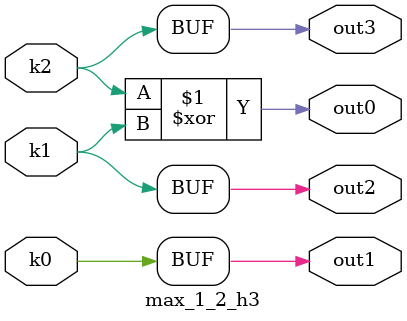
<source format=v>
module max_1_2(pi00, pi01, pi02, pi03, pi04, pi05, pi06, pi07, pi08, pi09, po0, po1, po2, po3);
input pi00, pi01, pi02, pi03, pi04, pi05, pi06, pi07, pi08, pi09;
output po0, po1, po2, po3;
wire k0, k1, k2;
max_1_2_w3 DUT1 (pi00, pi01, pi02, pi03, pi04, pi05, pi06, pi07, pi08, pi09, k0, k1, k2);
max_1_2_h3 DUT2 (k0, k1, k2, po0, po1, po2, po3);
endmodule

module max_1_2_w3(in9, in8, in7, in6, in5, in4, in3, in2, in1, in0, k2, k1, k0);
input in9, in8, in7, in6, in5, in4, in3, in2, in1, in0;
output k2, k1, k0;
assign k0 =   in3 ? ~in9 : ~in7;
assign k1 =   ((in8 | ~in6) & ((~in2 & (in9 | ~in7) & (~in0 | (~in5 & ~in4 & ~in1))) | (in9 & ~in7))) | (in8 & ~in6);
assign k2 =   in3;
endmodule

module max_1_2_h3(k2, k1, k0, out3, out2, out1, out0);
input k2, k1, k0;
output out3, out2, out1, out0;
assign out0 = k2 ^ k1;
assign out1 = k0;
assign out2 = k1;
assign out3 = k2;
endmodule

</source>
